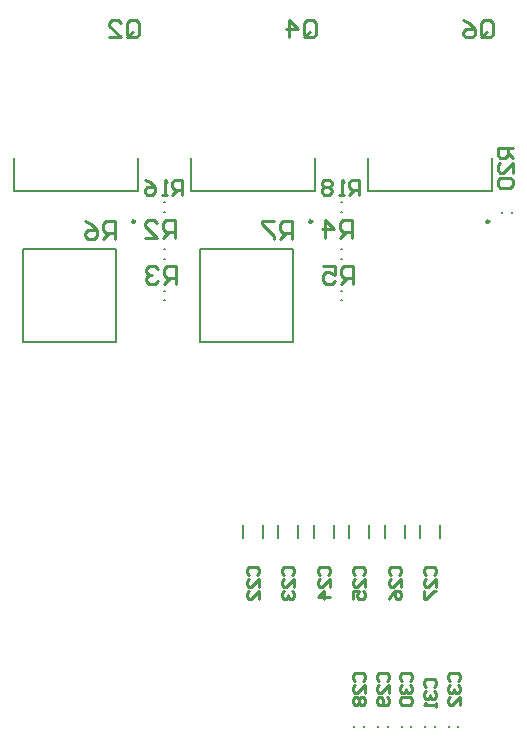
<source format=gbo>
G04 Layer_Color=32896*
%FSAX44Y44*%
%MOMM*%
G71*
G01*
G75*
%ADD31C,0.2540*%
%ADD39C,0.2500*%
%ADD41C,0.2000*%
D31*
X00841536Y00683229D02*
X00839843Y00684922D01*
Y00688307D01*
X00841536Y00690000D01*
X00848307D01*
X00850000Y00688307D01*
Y00684922D01*
X00848307Y00683229D01*
X00850000Y00673072D02*
Y00679843D01*
X00843229Y00673072D01*
X00841536D01*
X00839843Y00674765D01*
Y00678150D01*
X00841536Y00679843D01*
X00850000Y00662915D02*
Y00669687D01*
X00843229Y00662915D01*
X00841536D01*
X00839843Y00664608D01*
Y00667994D01*
X00841536Y00669687D01*
X00871536Y00683229D02*
X00869843Y00684922D01*
Y00688307D01*
X00871536Y00690000D01*
X00878307D01*
X00880000Y00688307D01*
Y00684922D01*
X00878307Y00683229D01*
X00880000Y00673072D02*
Y00679843D01*
X00873229Y00673072D01*
X00871536D01*
X00869843Y00674765D01*
Y00678150D01*
X00871536Y00679843D01*
Y00669687D02*
X00869843Y00667994D01*
Y00664608D01*
X00871536Y00662915D01*
X00873229D01*
X00874922Y00664608D01*
Y00666301D01*
Y00664608D01*
X00876615Y00662915D01*
X00878307D01*
X00880000Y00664608D01*
Y00667994D01*
X00878307Y00669687D01*
X00901536Y00683229D02*
X00899843Y00684922D01*
Y00688307D01*
X00901536Y00690000D01*
X00908307D01*
X00910000Y00688307D01*
Y00684922D01*
X00908307Y00683229D01*
X00910000Y00673072D02*
Y00679843D01*
X00903229Y00673072D01*
X00901536D01*
X00899843Y00674765D01*
Y00678150D01*
X00901536Y00679843D01*
X00910000Y00664608D02*
X00899843D01*
X00904922Y00669687D01*
Y00662915D01*
X00931536Y00683229D02*
X00929843Y00684922D01*
Y00688307D01*
X00931536Y00690000D01*
X00938307D01*
X00940000Y00688307D01*
Y00684922D01*
X00938307Y00683229D01*
X00940000Y00673072D02*
Y00679843D01*
X00933229Y00673072D01*
X00931536D01*
X00929843Y00674765D01*
Y00678150D01*
X00931536Y00679843D01*
X00929843Y00662915D02*
Y00669687D01*
X00934922D01*
X00933229Y00666301D01*
Y00664608D01*
X00934922Y00662915D01*
X00938307D01*
X00940000Y00664608D01*
Y00667994D01*
X00938307Y00669687D01*
X00961536Y00683229D02*
X00959843Y00684922D01*
Y00688307D01*
X00961536Y00690000D01*
X00968307D01*
X00970000Y00688307D01*
Y00684922D01*
X00968307Y00683229D01*
X00970000Y00673072D02*
Y00679843D01*
X00963229Y00673072D01*
X00961536D01*
X00959843Y00674765D01*
Y00678150D01*
X00961536Y00679843D01*
X00959843Y00662915D02*
X00961536Y00666301D01*
X00964922Y00669687D01*
X00968307D01*
X00970000Y00667994D01*
Y00664608D01*
X00968307Y00662915D01*
X00966614D01*
X00964922Y00664608D01*
Y00669687D01*
X00991536Y00683229D02*
X00989843Y00684922D01*
Y00688307D01*
X00991536Y00690000D01*
X00998307D01*
X01000000Y00688307D01*
Y00684922D01*
X00998307Y00683229D01*
X01000000Y00673072D02*
Y00679843D01*
X00993229Y00673072D01*
X00991536D01*
X00989843Y00674765D01*
Y00678150D01*
X00991536Y00679843D01*
X00989843Y00669687D02*
Y00662915D01*
X00991536D01*
X00998307Y00669687D01*
X01000000D01*
X00931536Y00593229D02*
X00929843Y00594922D01*
Y00598307D01*
X00931536Y00600000D01*
X00938307D01*
X00940000Y00598307D01*
Y00594922D01*
X00938307Y00593229D01*
X00940000Y00583072D02*
Y00589843D01*
X00933229Y00583072D01*
X00931536D01*
X00929843Y00584765D01*
Y00588150D01*
X00931536Y00589843D01*
Y00579687D02*
X00929843Y00577994D01*
Y00574608D01*
X00931536Y00572915D01*
X00933229D01*
X00934922Y00574608D01*
X00936615Y00572915D01*
X00938307D01*
X00940000Y00574608D01*
Y00577994D01*
X00938307Y00579687D01*
X00936615D01*
X00934922Y00577994D01*
X00933229Y00579687D01*
X00931536D01*
X00934922Y00577994D02*
Y00574608D01*
X00951536Y00593229D02*
X00949843Y00594922D01*
Y00598307D01*
X00951536Y00600000D01*
X00958307D01*
X00960000Y00598307D01*
Y00594922D01*
X00958307Y00593229D01*
X00960000Y00583072D02*
Y00589843D01*
X00953229Y00583072D01*
X00951536D01*
X00949843Y00584765D01*
Y00588150D01*
X00951536Y00589843D01*
X00958307Y00579687D02*
X00960000Y00577994D01*
Y00574608D01*
X00958307Y00572915D01*
X00951536D01*
X00949843Y00574608D01*
Y00577994D01*
X00951536Y00579687D01*
X00953229D01*
X00954922Y00577994D01*
Y00572915D01*
X00971536Y00593229D02*
X00969843Y00594922D01*
Y00598307D01*
X00971536Y00600000D01*
X00978307D01*
X00980000Y00598307D01*
Y00594922D01*
X00978307Y00593229D01*
X00971536Y00589843D02*
X00969843Y00588150D01*
Y00584765D01*
X00971536Y00583072D01*
X00973229D01*
X00974922Y00584765D01*
Y00586458D01*
Y00584765D01*
X00976615Y00583072D01*
X00978307D01*
X00980000Y00584765D01*
Y00588150D01*
X00978307Y00589843D01*
X00971536Y00579687D02*
X00969843Y00577994D01*
Y00574608D01*
X00971536Y00572915D01*
X00978307D01*
X00980000Y00574608D01*
Y00577994D01*
X00978307Y00579687D01*
X00971536D01*
X00991536Y00588229D02*
X00989843Y00589922D01*
Y00593307D01*
X00991536Y00595000D01*
X00998307D01*
X01000000Y00593307D01*
Y00589922D01*
X00998307Y00588229D01*
X00991536Y00584843D02*
X00989843Y00583150D01*
Y00579765D01*
X00991536Y00578072D01*
X00993229D01*
X00994922Y00579765D01*
Y00581458D01*
Y00579765D01*
X00996615Y00578072D01*
X00998307D01*
X01000000Y00579765D01*
Y00583150D01*
X00998307Y00584843D01*
X01000000Y00574687D02*
Y00571301D01*
Y00572994D01*
X00989843D01*
X00991536Y00574687D01*
X01011536Y00593229D02*
X01009843Y00594922D01*
Y00598307D01*
X01011536Y00600000D01*
X01018307D01*
X01020000Y00598307D01*
Y00594922D01*
X01018307Y00593229D01*
X01011536Y00589843D02*
X01009843Y00588150D01*
Y00584765D01*
X01011536Y00583072D01*
X01013229D01*
X01014922Y00584765D01*
Y00586458D01*
Y00584765D01*
X01016615Y00583072D01*
X01018307D01*
X01020000Y00584765D01*
Y00588150D01*
X01018307Y00589843D01*
X01020000Y00572915D02*
Y00579687D01*
X01013229Y00572915D01*
X01011536D01*
X01009843Y00574608D01*
Y00577994D01*
X01011536Y00579687D01*
X00738007Y01140863D02*
Y01151020D01*
X00740546Y01153559D01*
X00745625D01*
X00748164Y01151020D01*
Y01140863D01*
X00745625Y01138324D01*
X00740546D01*
X00743086Y01143402D02*
X00738007Y01138324D01*
X00740546D02*
X00738007Y01140863D01*
X00722772Y01138324D02*
X00732929D01*
X00722772Y01148481D01*
Y01151020D01*
X00725311Y01153559D01*
X00730390D01*
X00732929Y01151020D01*
X00888067Y01140863D02*
Y01151020D01*
X00890607Y01153559D01*
X00895685D01*
X00898224Y01151020D01*
Y01140863D01*
X00895685Y01138324D01*
X00890607D01*
X00893146Y01143402D02*
X00888067Y01138324D01*
X00890607D02*
X00888067Y01140863D01*
X00875371Y01138324D02*
Y01153559D01*
X00882989Y01145941D01*
X00872832D01*
X01038127Y01140863D02*
Y01151020D01*
X01040666Y01153559D01*
X01045745D01*
X01048284Y01151020D01*
Y01140863D01*
X01045745Y01138324D01*
X01040666D01*
X01043206Y01143402D02*
X01038127Y01138324D01*
X01040666D02*
X01038127Y01140863D01*
X01022892Y01153559D02*
X01027971Y01151020D01*
X01033049Y01145941D01*
Y01140863D01*
X01030510Y01138324D01*
X01025431D01*
X01022892Y01140863D01*
Y01143402D01*
X01025431Y01145941D01*
X01033049D01*
X00779242Y00968364D02*
Y00983599D01*
X00771625D01*
X00769085Y00981060D01*
Y00975982D01*
X00771625Y00973442D01*
X00779242D01*
X00774164D02*
X00769085Y00968364D01*
X00753850D02*
X00764007D01*
X00753850Y00978521D01*
Y00981060D01*
X00756389Y00983599D01*
X00761468D01*
X00764007Y00981060D01*
X00780000Y00930000D02*
Y00945235D01*
X00772383D01*
X00769843Y00942696D01*
Y00937617D01*
X00772383Y00935078D01*
X00780000D01*
X00774922D02*
X00769843Y00930000D01*
X00764765Y00942696D02*
X00762226Y00945235D01*
X00757147D01*
X00754608Y00942696D01*
Y00940157D01*
X00757147Y00937617D01*
X00759687D01*
X00757147D01*
X00754608Y00935078D01*
Y00932539D01*
X00757147Y00930000D01*
X00762226D01*
X00764765Y00932539D01*
X00929242Y00968364D02*
Y00983599D01*
X00921625D01*
X00919085Y00981060D01*
Y00975982D01*
X00921625Y00973442D01*
X00929242D01*
X00924164D02*
X00919085Y00968364D01*
X00906389D02*
Y00983599D01*
X00914007Y00975982D01*
X00903850D01*
X00930000Y00930000D02*
Y00945235D01*
X00922383D01*
X00919843Y00942696D01*
Y00937617D01*
X00922383Y00935078D01*
X00930000D01*
X00924922D02*
X00919843Y00930000D01*
X00904608Y00945235D02*
X00914765D01*
Y00937617D01*
X00909687Y00940157D01*
X00907147D01*
X00904608Y00937617D01*
Y00932539D01*
X00907147Y00930000D01*
X00912226D01*
X00914765Y00932539D01*
X00785000Y01005000D02*
Y01017696D01*
X00778652D01*
X00776536Y01015580D01*
Y01011348D01*
X00778652Y01009232D01*
X00785000D01*
X00780768D02*
X00776536Y01005000D01*
X00772304D02*
X00768072D01*
X00770188D01*
Y01017696D01*
X00772304Y01015580D01*
X00753260Y01017696D02*
X00757492Y01015580D01*
X00761724Y01011348D01*
Y01007116D01*
X00759608Y01005000D01*
X00755376D01*
X00753260Y01007116D01*
Y01009232D01*
X00755376Y01011348D01*
X00761724D01*
X00935000Y01005000D02*
Y01017696D01*
X00928652D01*
X00926536Y01015580D01*
Y01011348D01*
X00928652Y01009232D01*
X00935000D01*
X00930768D02*
X00926536Y01005000D01*
X00922304D02*
X00918072D01*
X00920188D01*
Y01017696D01*
X00922304Y01015580D01*
X00911724D02*
X00909608Y01017696D01*
X00905376D01*
X00903260Y01015580D01*
Y01013464D01*
X00905376Y01011348D01*
X00903260Y01009232D01*
Y01007116D01*
X00905376Y01005000D01*
X00909608D01*
X00911724Y01007116D01*
Y01009232D01*
X00909608Y01011348D01*
X00911724Y01013464D01*
Y01015580D01*
X00909608Y01011348D02*
X00905376D01*
X01065000Y01045000D02*
X01052304D01*
Y01038652D01*
X01054420Y01036536D01*
X01058652D01*
X01060768Y01038652D01*
Y01045000D01*
Y01040768D02*
X01065000Y01036536D01*
Y01023840D02*
Y01032304D01*
X01056536Y01023840D01*
X01054420D01*
X01052304Y01025956D01*
Y01030188D01*
X01054420Y01032304D01*
Y01019608D02*
X01052304Y01017492D01*
Y01013260D01*
X01054420Y01011144D01*
X01062884D01*
X01065000Y01013260D01*
Y01017492D01*
X01062884Y01019608D01*
X01054420D01*
X00727908Y00967984D02*
Y00983219D01*
X00720291D01*
X00717751Y00980680D01*
Y00975602D01*
X00720291Y00973062D01*
X00727908D01*
X00722830D02*
X00717751Y00967984D01*
X00702516Y00983219D02*
X00707595Y00980680D01*
X00712673Y00975602D01*
Y00970523D01*
X00710134Y00967984D01*
X00705055D01*
X00702516Y00970523D01*
Y00973062D01*
X00705055Y00975602D01*
X00712673D01*
X00877768Y00967984D02*
Y00983219D01*
X00870151D01*
X00867611Y00980680D01*
Y00975602D01*
X00870151Y00973062D01*
X00877768D01*
X00872690D02*
X00867611Y00967984D01*
X00862533Y00983219D02*
X00852376D01*
Y00980680D01*
X00862533Y00970523D01*
Y00967984D01*
D39*
X00745100Y00982500D02*
G03*
X00745100Y00982500I-00001250J00000000D01*
G01*
X00895100D02*
G03*
X00895100Y00982500I-00001250J00000000D01*
G01*
X01045100D02*
G03*
X01045100Y00982500I-00001250J00000000D01*
G01*
D41*
X00919500Y00916000D02*
X00920500D01*
X00919500Y00924000D02*
X00920500D01*
X00769500Y00916000D02*
X00770500D01*
X00769500Y00924000D02*
X00770500D01*
X00800630Y00880630D02*
Y00959370D01*
X00840000Y00880690D02*
X00879370D01*
Y00880630D02*
Y00959370D01*
X00800630Y00880690D02*
X00840000D01*
X00800630Y00959370D02*
X00879370D01*
X00650630Y00880630D02*
Y00959370D01*
X00690000Y00880690D02*
X00729370D01*
Y00880630D02*
Y00959370D01*
X00650630Y00880690D02*
X00690000D01*
X00650630Y00959370D02*
X00729370D01*
X00769500Y00951000D02*
X00770500D01*
X00769500Y00959000D02*
X00770500D01*
X00919500Y00951000D02*
X00920500D01*
X00919500Y00959000D02*
X00920500D01*
X00769500Y00999000D02*
X00770500D01*
X00769500Y00991000D02*
X00770500D01*
X00919500Y00999000D02*
X00920500D01*
X00919500Y00991000D02*
X00920500D01*
X00836500Y00714500D02*
Y00725500D01*
X00853500Y00714500D02*
Y00725500D01*
X00866500Y00714500D02*
Y00725500D01*
X00883500Y00714500D02*
Y00725500D01*
X00896500Y00714500D02*
Y00725500D01*
X00913500Y00714500D02*
Y00725500D01*
X00926500Y00714500D02*
Y00725500D01*
X00943500Y00714500D02*
Y00725500D01*
X00956500Y00714500D02*
Y00725500D01*
X00973500Y00714500D02*
Y00725500D01*
X00986500Y00714500D02*
Y00725500D01*
X01003500Y00714500D02*
Y00725500D01*
X00931000Y00554500D02*
Y00555500D01*
X00939000Y00554500D02*
Y00555500D01*
X00951000Y00554500D02*
Y00555500D01*
X00959000Y00554500D02*
Y00555500D01*
X00971000Y00554500D02*
Y00555500D01*
X00979000Y00554500D02*
Y00555500D01*
X00991000Y00554500D02*
Y00555500D01*
X00999000Y00554500D02*
Y00555500D01*
X01011000Y00554500D02*
Y00555500D01*
X01019000Y00554500D02*
Y00555500D01*
X00747500Y01008500D02*
Y01036500D01*
X00642500Y01008500D02*
X00747500D01*
X00642500D02*
Y01036500D01*
X00897500Y01008500D02*
Y01036500D01*
X00792500Y01008500D02*
X00897500D01*
X00792500D02*
Y01036500D01*
X01047500Y01008500D02*
Y01036500D01*
X00942500Y01008500D02*
X01047500D01*
X00942500D02*
Y01036500D01*
X01064000Y00989500D02*
Y00990500D01*
X01056000Y00989500D02*
Y00990500D01*
M02*

</source>
